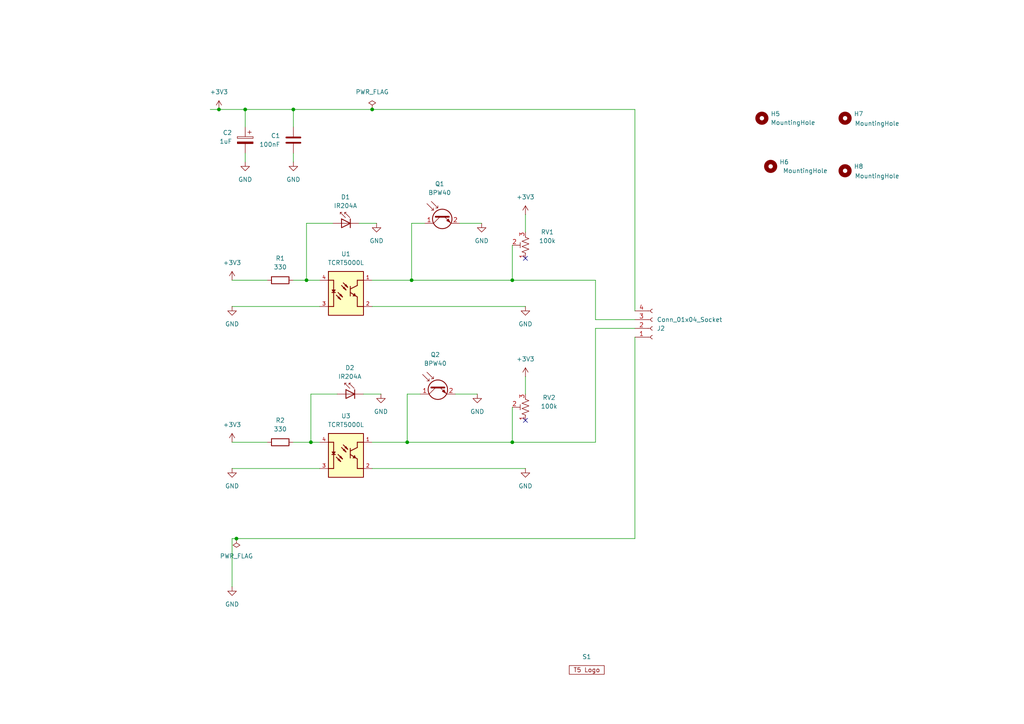
<source format=kicad_sch>
(kicad_sch (version 20250114) (generator "eeschema") (generator_version "9.0")
  (paper "A4")
  (lib_symbols
    (symbol "Connector:Conn_01x04_Socket" (pin_names (offset 1.016) (hide yes))
      (property "Reference" "J" (at 0 5.08 0))
      (property "Value" "Conn_01x04_Socket" (at 0 -7.62 0))
      (symbol "Conn_01x04_Socket_1_1"
        (polyline (pts (xy -1.27 2.54) (xy -0.508 2.54)) (stroke (width 0.1524)))
        (polyline (pts (xy -1.27 0) (xy -0.508 0)) (stroke (width 0.1524)))
        (polyline (pts (xy -1.27 -2.54) (xy -0.508 -2.54)) (stroke (width 0.1524)))
        (polyline (pts (xy -1.27 -5.08) (xy -0.508 -5.08)) (stroke (width 0.1524)))
        (arc (start 0 2.032) (mid -0.5058 2.54) (end 0 3.048) (stroke (width 0.1524)))
        (arc (start 0 -0.508) (mid -0.5058 0) (end 0 0.508) (stroke (width 0.1524)))
        (arc (start 0 -3.048) (mid -0.5058 -2.54) (end 0 -2.032) (stroke (width 0.1524)))
        (arc (start 0 -5.588) (mid -0.5058 -5.08) (end 0 -4.572) (stroke (width 0.1524)))
        (pin passive line (at -5.08 2.54 0) (length 3.81) (name "Pin_1") (number "1"))
        (pin passive line (at -5.08 0 0) (length 3.81) (name "Pin_2") (number "2"))
        (pin passive line (at -5.08 -2.54 0) (length 3.81) (name "Pin_3") (number "3"))
        (pin passive line (at -5.08 -5.08 0) (length 3.81) (name "Pin_4") (number "4"))
      )
    )
    (symbol "Device:C_Polarized" (pin_numbers (hide yes)) (pin_names (offset 0.254))
      (property "Reference" "C" (at 0.635 2.54 0))
      (property "Value" "C_Polarized" (at 0.635 -2.54 0))
      (symbol "C_Polarized_0_1"
        (rectangle (start -2.286 0.508) (end 2.286 1.016))
        (polyline (pts (xy -1.778 2.286) (xy -0.762 2.286)))
        (polyline (pts (xy -1.27 2.794) (xy -1.27 1.778)))
        (rectangle (start 2.286 -0.508) (end -2.286 -1.016) (fill (type outline)))
      )
      (symbol "C_Polarized_1_1"
        (pin passive line (at 0 3.81 270) (length 2.794) (name "~") (number "1"))
        (pin passive line (at 0 -3.81 90) (length 2.794) (name "~") (number "2"))
      )
    )
    (symbol "Device:R" (pin_numbers (hide yes)) (pin_names (offset 0))
      (property "Reference" "R" (at 2.032 0 90))
      (property "Value" "R" (at 0 0 90))
      (symbol "R_0_1"
        (rectangle (start -1.016 -2.54) (end 1.016 2.54) (stroke (width 0.254)))
      )
      (symbol "R_1_1"
        (pin passive line (at 0 3.81 270) (length 1.27) (name "~") (number "1"))
        (pin passive line (at 0 -3.81 90) (length 1.27) (name "~") (number "2"))
      )
    )
    (symbol "Device:R_Potentiometer_Trim_US" (pin_names (offset 1.016) (hide yes))
      (property "Reference" "RV" (at -4.445 0 90))
      (property "Value" "R_Potentiometer_Trim_US" (at -2.54 0 90))
      (symbol "R_Potentiometer_Trim_US_0_1"
        (polyline (pts (xy 0 2.286) (xy 0 2.54)))
        (polyline (pts (xy 0 2.286) (xy 1.016 1.905) (xy 0 1.524) (xy -1.016 1.143) (xy 0 0.762)))
        (polyline (pts (xy 0 0.762) (xy 1.016 0.381) (xy 0 0) (xy -1.016 -0.381) (xy 0 -0.762)))
        (polyline (pts (xy 0 -0.762) (xy 1.016 -1.143) (xy 0 -1.524) (xy -1.016 -1.905) (xy 0 -2.286)))
        (polyline (pts (xy 0 -2.286) (xy 0 -2.54)))
        (polyline (pts (xy 1.524 0.762) (xy 1.524 -0.762)))
        (polyline (pts (xy 2.54 0) (xy 1.524 0)))
      )
      (symbol "R_Potentiometer_Trim_US_1_1"
        (pin passive line (at 0 3.81 270) (length 1.27) (name "1") (number "1"))
        (pin passive line (at 0 -3.81 90) (length 1.27) (name "3") (number "3"))
        (pin passive line (at 3.81 0 180) (length 1.27) (name "2") (number "2"))
      )
    )
    (symbol "GS_Capacitor_0402:C_0402_100nF" (pin_numbers (hide yes)) (pin_names (offset 0.254))
      (property "Reference" "C" (at 0.635 2.54 0))
      (property "Value" "100nF" (at 0.635 -2.54 0))
      (symbol "C_0402_100nF_0_1"
        (polyline (pts (xy -2.032 0.762) (xy 2.032 0.762)) (stroke (width 0.508)))
        (polyline (pts (xy -2.032 -0.762) (xy 2.032 -0.762)) (stroke (width 0.508)))
      )
      (symbol "C_0402_100nF_1_1"
        (pin passive line (at 0 3.81 270) (length 2.794) (name "~") (number "1"))
        (pin passive line (at 0 -3.81 90) (length 2.794) (name "~") (number "2"))
      )
    )
    (symbol "GS_Virtual:ENPH253_Logo" (in_bom no)
      (property "Reference" "S" (at -5.08 2.54 0))
      (symbol "ENPH253_Logo_0_1"
        (rectangle (start -5.08 1.27) (end 5.08 -1.27))
      )
      (symbol "ENPH253_Logo_1_1"
        (text "T5 Logo" (at 0 0 0) (effects (font (size 1.27 1.27))))
      )
    )
    (symbol "LED:IR204A" (pin_numbers (hide yes)) (pin_names (offset 1.016) (hide yes))
      (property "Reference" "D" (at 0.508 1.778 0))
      (property "Value" "IR204A" (at -1.016 -2.794 0))
      (symbol "IR204A_0_1"
        (polyline (pts (xy -2.54 1.27) (xy -2.54 -1.27)) (stroke (width 0.254)))
        (polyline (pts (xy -2.413 1.651) (xy -0.889 3.175) (xy -0.889 2.667) (xy -0.889 3.175) (xy -1.397 3.175)))
        (polyline (pts (xy -1.143 1.651) (xy 0.381 3.175) (xy 0.381 2.667)))
        (polyline (pts (xy 0 1.27) (xy -2.54 0) (xy 0 -1.27) (xy 0 1.27)) (stroke (width 0.254)))
        (polyline (pts (xy 0 0) (xy -2.54 0)))
        (polyline (pts (xy 0.381 3.175) (xy -0.127 3.175)))
      )
      (symbol "IR204A_1_1"
        (pin passive line (at -5.08 0 0) (length 2.54) (name "K") (number "1"))
        (pin passive line (at 2.54 0 180) (length 2.54) (name "A") (number "2"))
      )
    )
    (symbol "Mechanical:MountingHole" (pin_names (offset 1.016)) (in_bom no)
      (property "Reference" "H" (at 0 5.08 0))
      (property "Value" "MountingHole" (at 0 3.175 0))
      (symbol "MountingHole_0_1"
        (circle (center 0 0) (radius 1.27) (stroke (width 1.27)))
      )
    )
    (symbol "Sensor_Optical:BPW40" (pin_names (offset 0) (hide yes))
      (property "Reference" "Q" (at 5.08 1.27 0))
      (property "Value" "BPW40" (at 5.08 -1.27 0))
      (symbol "BPW40_0_1"
        (polyline (pts (xy -3.81 3.175) (xy -1.905 1.27) (xy -1.905 1.905)))
        (polyline (pts (xy -3.175 4.445) (xy -1.27 2.54) (xy -1.27 3.175)))
        (polyline (pts (xy -1.905 1.27) (xy -2.54 1.27)))
        (polyline (pts (xy -1.27 2.54) (xy -1.905 2.54)))
        (polyline (pts (xy 0.635 1.905) (xy 0.635 -1.905) (xy 0.635 -1.905)) (stroke (width 0.508)))
        (polyline (pts (xy 0.635 0.635) (xy 2.54 2.54)))
        (polyline (pts (xy 0.635 -0.635) (xy 2.54 -2.54) (xy 2.54 -2.54)))
        (circle (center 1.27 0) (radius 2.8194) (stroke (width 0.254)))
        (polyline (pts (xy 1.27 -1.778) (xy 1.778 -1.27) (xy 2.286 -2.286) (xy 1.27 -1.778) (xy 1.27 -1.778)) (fill (type outline)))
      )
      (symbol "BPW40_1_1"
        (pin passive line (at 2.54 5.08 270) (length 2.54) (name "C") (number "1"))
        (pin passive line (at 2.54 -5.08 90) (length 2.54) (name "E") (number "2"))
      )
    )
    (symbol "TCRT5000L:TCRT5000L" (pin_names (offset 1.016))
      (property "Reference" "U" (at -5.1092 5.6131 0))
      (property "Value" "TCRT5000L" (at -5.093 -10.1813 0))
      (symbol "TCRT5000L_0_0"
        (rectangle (start -5.08 -7.62) (end 5.08 5.08) (stroke (width 0.254)) (fill (type background)))
        (polyline (pts (xy -4.064 -1.016) (xy -3.556 -1.016)) (stroke (width 0.254)))
        (polyline (pts (xy -3.556 2.54) (xy -5.08 2.54)) (stroke (width 0.254)))
        (polyline (pts (xy -3.556 2.54) (xy -3.556 -0.254)) (stroke (width 0.254)))
        (polyline (pts (xy -3.556 -1.016) (xy -3.556 -5.08)) (stroke (width 0.254)))
        (polyline (pts (xy -3.556 -1.016) (xy -3.048 -1.016)) (stroke (width 0.254)))
        (polyline (pts (xy -3.556 -1.016) (xy -4.064 -0.254) (xy -3.048 -0.254) (xy -3.556 -1.016)) (stroke (width 0.1524)) (fill (type outline)))
        (polyline (pts (xy -3.556 -5.08) (xy -5.08 -5.08)) (stroke (width 0.254)))
        (polyline (pts (xy -2.794 -1.778) (xy -1.524 -3.048)) (stroke (width 0.254)))
        (polyline (pts (xy -2.286 -1.016) (xy -1.016 -2.286)) (stroke (width 0.254)))
        (polyline (pts (xy -1.524 -3.048) (xy -2.286 -2.54)) (stroke (width 0.254)))
        (polyline (pts (xy -1.524 -3.048) (xy -2.032 -2.286)) (stroke (width 0.254)))
        (polyline (pts (xy -1.27 1.016) (xy 0 -0.254)) (stroke (width 0.254)))
        (polyline (pts (xy -1.016 -2.286) (xy -1.778 -1.778)) (stroke (width 0.254)))
        (polyline (pts (xy -1.016 -2.286) (xy -1.524 -1.524)) (stroke (width 0.254)))
        (polyline (pts (xy -0.762 1.778) (xy 0.508 0.508)) (stroke (width 0.254)))
        (polyline (pts (xy 0 -0.254) (xy -0.762 0.254)) (stroke (width 0.254)))
        (polyline (pts (xy 0 -0.254) (xy -0.508 0.508)) (stroke (width 0.254)))
        (polyline (pts (xy 0.508 0.508) (xy -0.254 1.016)) (stroke (width 0.254)))
        (polyline (pts (xy 0.508 0.508) (xy 0 1.27)) (stroke (width 0.254)))
        (polyline (pts (xy 1.27 0) (xy 1.27 0.762)) (stroke (width 0.254)))
        (polyline (pts (xy 1.27 0) (xy 1.27 -1.016)) (stroke (width 0.254)))
        (polyline (pts (xy 1.27 -1.016) (xy 1.27 -2.032)) (stroke (width 0.254)))
        (polyline (pts (xy 1.27 -1.016) (xy 3.302 -2.286)) (stroke (width 0.254)))
        (polyline (pts (xy 2.032 -2.032) (xy 2.54 -1.27) (xy 2.794 -2.032) (xy 2.032 -2.032)) (stroke (width 0.1524)) (fill (type outline)))
        (polyline (pts (xy 3.302 2.54) (xy 3.302 1.016)) (stroke (width 0.254)))
        (polyline (pts (xy 3.302 2.54) (xy 5.08 2.54)) (stroke (width 0.254)))
        (polyline (pts (xy 3.302 1.016) (xy 1.27 0)) (stroke (width 0.254)))
        (polyline (pts (xy 3.302 -2.286) (xy 3.302 -5.08)) (stroke (width 0.254)))
        (polyline (pts (xy 3.302 -5.08) (xy 5.08 -5.08)) (stroke (width 0.254)))
        (pin passive line (at -7.62 2.54 0) (length 2.54) (name "~") (number "4"))
        (pin passive line (at -7.62 -5.08 0) (length 2.54) (name "~") (number "3"))
        (pin passive line (at 7.62 2.54 180) (length 2.54) (name "~") (number "1"))
        (pin passive line (at 7.62 -5.08 180) (length 2.54) (name "~") (number "2"))
      )
    )
    (symbol "power:+3V3" (power) (pin_numbers (hide yes)) (pin_names (offset 0) (hide yes))
      (property "Value" "+3V3" (at 0 3.556 0))
      (symbol "+3V3_0_1"
        (polyline (pts (xy -0.762 1.27) (xy 0 2.54)))
        (polyline (pts (xy 0 2.54) (xy 0.762 1.27)))
        (polyline (pts (xy 0 0) (xy 0 2.54)))
      )
      (symbol "+3V3_1_1"
        (pin power_in line (at 0 0 90) (length 0) (name "~") (number "1"))
      )
    )
    (symbol "power:GND" (power) (pin_numbers (hide yes)) (pin_names (offset 0) (hide yes))
      (property "Value" "GND" (at 0 -3.81 0))
      (symbol "GND_0_1"
        (polyline (pts (xy 0 0) (xy 0 -1.27) (xy 1.27 -1.27) (xy 0 -2.54) (xy -1.27 -1.27) (xy 0 -1.27)))
      )
      (symbol "GND_1_1"
        (pin power_in line (at 0 0 270) (length 0) (name "~") (number "1"))
      )
    )
    (symbol "power:PWR_FLAG" (power) (pin_numbers (hide yes)) (pin_names (offset 0) (hide yes))
      (property "Value" "PWR_FLAG" (at 0 3.81 0))
      (symbol "PWR_FLAG_0_0"
        (pin power_out line (at 0 0 90) (length 0) (name "~") (number "1"))
      )
      (symbol "PWR_FLAG_0_1"
        (polyline (pts (xy 0 0) (xy 0 1.27) (xy -1.016 1.905) (xy 0 2.54) (xy 1.016 1.905) (xy 0 1.27)))
      )
    )
  )
  (junction (at 90.17 128.27))
  (junction (at 148.59 81.28))
  (junction (at 85.09 31.75))
  (junction (at 63.5 31.75))
  (junction (at 107.95 31.75))
  (junction (at 148.59 128.27))
  (junction (at 71.12 31.75))
  (junction (at 68.58 156.21))
  (junction (at 118.11 128.27))
  (junction (at 119.38 81.28))
  (junction (at 88.9 81.28))
  (no_connect (at 152.4 74.93))
  (no_connect (at 152.4 121.92))
  (wire (pts (xy 85.09 44.45) (xy 85.09 46.99)))
  (wire (pts (xy 118.11 114.3) (xy 118.11 128.27)))
  (wire (pts (xy 132.08 114.3) (xy 138.43 114.3)))
  (wire (pts (xy 71.12 31.75) (xy 63.5 31.75)))
  (wire (pts (xy 172.72 92.71) (xy 184.15 92.71)))
  (wire (pts (xy 172.72 81.28) (xy 172.72 92.71)))
  (wire (pts (xy 148.59 71.12) (xy 148.59 81.28)))
  (wire (pts (xy 119.38 64.77) (xy 119.38 81.28)))
  (wire (pts (xy 67.31 88.9) (xy 92.71 88.9)))
  (wire (pts (xy 88.9 81.28) (xy 92.71 81.28)))
  (wire (pts (xy 148.59 118.11) (xy 148.59 128.27)))
  (wire (pts (xy 172.72 128.27) (xy 172.72 95.25)))
  (wire (pts (xy 85.09 36.83) (xy 85.09 31.75)))
  (wire (pts (xy 107.95 81.28) (xy 119.38 81.28)))
  (wire (pts (xy 184.15 31.75) (xy 184.15 90.17)))
  (wire (pts (xy 85.09 31.75) (xy 71.12 31.75)))
  (wire (pts (xy 172.72 95.25) (xy 184.15 95.25)))
  (wire (pts (xy 90.17 114.3) (xy 90.17 128.27)))
  (wire (pts (xy 152.4 62.23) (xy 152.4 67.31)))
  (wire (pts (xy 152.4 135.89) (xy 107.95 135.89)))
  (wire (pts (xy 105.41 114.3) (xy 110.49 114.3)))
  (wire (pts (xy 67.31 135.89) (xy 92.71 135.89)))
  (wire (pts (xy 67.31 128.27) (xy 77.47 128.27)))
  (wire (pts (xy 71.12 44.45) (xy 71.12 46.99)))
  (wire (pts (xy 71.12 36.83) (xy 71.12 31.75)))
  (wire (pts (xy 67.31 156.21) (xy 68.58 156.21)))
  (wire (pts (xy 121.92 114.3) (xy 118.11 114.3)))
  (wire (pts (xy 96.52 64.77) (xy 88.9 64.77)))
  (wire (pts (xy 118.11 128.27) (xy 148.59 128.27)))
  (wire (pts (xy 97.79 114.3) (xy 90.17 114.3)))
  (wire (pts (xy 85.09 128.27) (xy 90.17 128.27)))
  (wire (pts (xy 148.59 81.28) (xy 172.72 81.28)))
  (wire (pts (xy 88.9 64.77) (xy 88.9 81.28)))
  (wire (pts (xy 123.19 64.77) (xy 119.38 64.77)))
  (wire (pts (xy 107.95 128.27) (xy 118.11 128.27)))
  (wire (pts (xy 184.15 97.79) (xy 184.15 156.21)))
  (wire (pts (xy 104.14 64.77) (xy 109.22 64.77)))
  (wire (pts (xy 148.59 128.27) (xy 172.72 128.27)))
  (wire (pts (xy 152.4 109.22) (xy 152.4 114.3)))
  (wire (pts (xy 107.95 31.75) (xy 184.15 31.75)))
  (wire (pts (xy 68.58 156.21) (xy 184.15 156.21)))
  (wire (pts (xy 107.95 31.75) (xy 85.09 31.75)))
  (wire (pts (xy 67.31 156.21) (xy 67.31 170.18)))
  (wire (pts (xy 133.35 64.77) (xy 139.7 64.77)))
  (wire (pts (xy 119.38 81.28) (xy 148.59 81.28)))
  (wire (pts (xy 90.17 128.27) (xy 92.71 128.27)))
  (wire (pts (xy 152.4 88.9) (xy 107.95 88.9)))
  (wire (pts (xy 67.31 81.28) (xy 77.47 81.28)))
  (wire (pts (xy 85.09 81.28) (xy 88.9 81.28)))
  (wire (pts (xy 60.96 31.75) (xy 63.5 31.75)))
  (symbol (lib_id "Device:R_Potentiometer_Trim_US") (at 152.4 71.12 180) (unit 1)
    (property "Reference" "RV1" (at 158.75 67.31 0))
    (property "Value" "100k" (at 158.75 69.85 0))
    (property "Footprint" "Potentiometer_THT:Potentiometer_Bourns_3266Y_Vertical" (effects (hide yes)))
    (property "Description" "Trim-potentiometer, US symbol" (effects (hide yes)))
  )
  (symbol (lib_id "Device:R") (at 81.28 81.28 90) (unit 1)
    (property "Reference" "R1" (at 81.28 74.93 90))
    (property "Value" "330" (at 81.28 77.47 90))
    (property "Footprint" "Resistor_THT:R_Axial_DIN0309_L9.0mm_D3.2mm_P12.70mm_Horizontal" (effects (hide yes)))
    (property "Description" "Resistor" (effects (hide yes)))
  )
  (symbol (lib_id "power:GND") (at 152.4 135.89 0) (unit 1)
    (property "Reference" "#PWR010" (effects (hide yes)))
    (property "Value" "GND" (at 152.4 140.97 0))
    (property "Description" "Power symbol creates a global label with name \"GND\" , ground" (effects (hide yes)))
  )
  (symbol (lib_id "Mechanical:MountingHole") (at 245.11 49.53 0) (unit 1) (in_bom no)
    (property "Reference" "H8" (at 247.65 48.2599 0) (effects (justify left)))
    (property "Value" "MountingHole" (at 247.904 51.054 0) (effects (justify left)))
    (property "Footprint" "MountingHole:MountingHole_3.2mm_M3_DIN965" (effects (hide yes)))
    (property "Description" "Mounting Hole without connection" (effects (hide yes)))
  )
  (symbol (lib_id "power:GND") (at 67.31 170.18 0) (mirror y) (unit 1)
    (property "Reference" "#PWR06" (effects (hide yes)))
    (property "Value" "GND" (at 67.31 175.26 0))
    (property "Description" "Power symbol creates a global label with name \"GND\" , ground" (effects (hide yes)))
  )
  (symbol (lib_id "Sensor_Optical:BPW40") (at 127 111.76 90) (mirror x) (unit 1)
    (property "Reference" "Q2" (at 126.2507 102.87 90))
    (property "Value" "BPW40" (at 126.2507 105.41 90))
    (property "Footprint" "LED_THT:LED_D5.0mm_Clear" (effects (hide yes)))
    (property "Datasheet" "https://www.rcscomponents.kiev.ua/datasheets/bpw40.pdf" (effects (hide yes)))
    (property "Description" "Phototransistor NPN" (effects (hide yes)))
  )
  (symbol (lib_id "Mechanical:MountingHole") (at 223.52 48.26 0) (unit 1) (in_bom no)
    (property "Reference" "H6" (at 226.06 46.9899 0) (effects (justify left)))
    (property "Value" "MountingHole" (at 227.076 49.53 0) (effects (justify left)))
    (property "Footprint" "MountingHole:MountingHole_3.2mm_M3_DIN965" (effects (hide yes)))
    (property "Description" "Mounting Hole without connection" (effects (hide yes)))
  )
  (symbol (lib_id "power:+3V3") (at 152.4 109.22 0) (unit 1)
    (property "Reference" "#PWR07" (effects (hide yes)))
    (property "Value" "+3V3" (at 152.4 104.14 0))
    (property "Description" "Power symbol creates a global label with name \"+3V3\"" (effects (hide yes)))
  )
  (symbol (lib_id "power:PWR_FLAG") (at 107.95 31.75 0) (mirror y) (unit 1)
    (property "Reference" "#FLG01" (effects (hide yes)))
    (property "Value" "PWR_FLAG" (at 107.95 26.67 0))
    (property "Description" "Special symbol for telling ERC where power comes from" (effects (hide yes)))
  )
  (symbol (lib_id "LED:IR204A") (at 99.06 64.77 0) (mirror y) (unit 1)
    (property "Reference" "D1" (at 100.203 57.15 0))
    (property "Value" "IR204A" (at 100.203 59.69 0))
    (property "Footprint" "LED_THT:LED_D5.0mm" (effects (hide yes)))
    (property "Datasheet" "http://www.everlight.com/file/ProductFile/IR204-A.pdf" (effects (hide yes)))
    (property "Description" "Infrared LED , 3mm LED package" (effects (hide yes)))
  )
  (symbol (lib_id "power:GND") (at 85.09 46.99 0) (mirror y) (unit 1)
    (property "Reference" "#PWR011" (effects (hide yes)))
    (property "Value" "GND" (at 85.09 52.07 0))
    (property "Description" "Power symbol creates a global label with name \"GND\" , ground" (effects (hide yes)))
  )
  (symbol (lib_id "Device:R") (at 81.28 128.27 90) (unit 1)
    (property "Reference" "R2" (at 81.28 121.92 90))
    (property "Value" "330" (at 81.28 124.46 90))
    (property "Footprint" "Resistor_THT:R_Axial_DIN0309_L9.0mm_D3.2mm_P12.70mm_Horizontal" (effects (hide yes)))
    (property "Description" "Resistor" (effects (hide yes)))
  )
  (symbol (lib_id "power:GND") (at 110.49 114.3 0) (unit 1)
    (property "Reference" "#PWR014" (effects (hide yes)))
    (property "Value" "GND" (at 110.49 119.38 0))
    (property "Description" "Power symbol creates a global label with name \"GND\" , ground" (effects (hide yes)))
  )
  (symbol (lib_id "Mechanical:MountingHole") (at 245.11 34.29 0) (unit 1) (in_bom no)
    (property "Reference" "H7" (at 247.65 33.0199 0) (effects (justify left)))
    (property "Value" "MountingHole" (at 247.904 35.814 0) (effects (justify left)))
    (property "Footprint" "MountingHole:MountingHole_3.2mm_M3_DIN965" (effects (hide yes)))
    (property "Description" "Mounting Hole without connection" (effects (hide yes)))
  )
  (symbol (lib_id "TCRT5000L:TCRT5000L") (at 100.33 83.82 0) (unit 1)
    (property "Reference" "U1" (at 100.33 73.66 0))
    (property "Value" "TCRT5000L" (at 100.33 76.2 0))
    (property "Footprint" "OptoDevice:Vishay_TCRT5000" (effects (hide yes)))
    (property "MF" "Vishay Semiconductor" (effects (hide yes)))
    (property "DESCRIPTION" "TCRT5000 Series 940 nm 100 mA 60 mA Transistor Output Reflective Optical Sensor" (effects (hide yes)))
    (property "PACKAGE" "PCB Mount Vishay" (effects (hide yes)))
    (property "PRICE" "0.60 USD" (effects (hide yes)))
    (property "MP" "TCRT5000L" (effects (hide yes)))
    (property "AVAILABILITY" "Good" (effects (hide yes)))
  )
  (symbol (lib_id "GS_Virtual:ENPH253_Logo") (at 170.18 194.31 0) (unit 1) (in_bom no)
    (property "Reference" "S1" (at 170.18 190.5 0))
    (property "Value" "Logo" (effects (hide yes)))
    (property "Footprint" "GS_Virtual:ENPH253_Logo" (effects (hide yes)))
    (property "Description" "ENPH 253 Team Logo" (effects (hide yes)))
  )
  (symbol (lib_id "Device:C_Polarized") (at 71.12 40.64 0) (mirror y) (unit 1)
    (property "Reference" "C2" (at 67.31 38.4809 0) (effects (justify left)))
    (property "Value" "1uF" (at 67.31 41.0209 0) (effects (justify left)))
    (property "Footprint" "Capacitor_THT:CP_Radial_D5.0mm_P2.50mm" (effects (hide yes)))
    (property "Description" "Polarized capacitor" (effects (hide yes)))
  )
  (symbol (lib_id "power:+3V3") (at 63.5 31.75 0) (mirror y) (unit 1)
    (property "Reference" "#PWR03" (effects (hide yes)))
    (property "Value" "+3V3" (at 63.5 26.67 0))
    (property "Description" "Power symbol creates a global label with name \"+3V3\"" (effects (hide yes)))
  )
  (symbol (lib_id "power:PWR_FLAG") (at 68.58 156.21 180) (unit 1)
    (property "Reference" "#FLG02" (effects (hide yes)))
    (property "Value" "PWR_FLAG" (at 68.58 161.29 0))
    (property "Description" "Special symbol for telling ERC where power comes from" (effects (hide yes)))
  )
  (symbol (lib_id "Device:R_Potentiometer_Trim_US") (at 152.4 118.11 180) (unit 1)
    (property "Reference" "RV2" (at 159.258 115.316 0))
    (property "Value" "100k" (at 159.258 117.856 0))
    (property "Footprint" "Potentiometer_THT:Potentiometer_Bourns_3266Y_Vertical" (effects (hide yes)))
    (property "Description" "Trim-potentiometer, US symbol" (effects (hide yes)))
  )
  (symbol (lib_id "Mechanical:MountingHole") (at 220.98 34.29 0) (unit 1) (in_bom no)
    (property "Reference" "H5" (at 223.52 33.0199 0) (effects (justify left)))
    (property "Value" "MountingHole" (at 223.52 35.5599 0) (effects (justify left)))
    (property "Footprint" "MountingHole:MountingHole_3.2mm_M3_DIN965" (effects (hide yes)))
    (property "Description" "Mounting Hole without connection" (effects (hide yes)))
  )
  (symbol (lib_id "power:GND") (at 152.4 88.9 0) (unit 1)
    (property "Reference" "#PWR04" (effects (hide yes)))
    (property "Value" "GND" (at 152.4 93.98 0))
    (property "Description" "Power symbol creates a global label with name \"GND\" , ground" (effects (hide yes)))
  )
  (symbol (lib_id "power:GND") (at 109.22 64.77 0) (unit 1)
    (property "Reference" "#PWR013" (effects (hide yes)))
    (property "Value" "GND" (at 109.22 69.85 0))
    (property "Description" "Power symbol creates a global label with name \"GND\" , ground" (effects (hide yes)))
  )
  (symbol (lib_id "LED:IR204A") (at 100.33 114.3 0) (mirror y) (unit 1)
    (property "Reference" "D2" (at 101.473 106.68 0))
    (property "Value" "IR204A" (at 101.473 109.22 0))
    (property "Footprint" "LED_THT:LED_D5.0mm" (effects (hide yes)))
    (property "Datasheet" "http://www.everlight.com/file/ProductFile/IR204-A.pdf" (effects (hide yes)))
    (property "Description" "Infrared LED , 3mm LED package" (effects (hide yes)))
  )
  (symbol (lib_id "Connector:Conn_01x04_Socket") (at 189.23 95.25 0) (mirror x) (unit 1)
    (property "Reference" "J2" (at 190.5 95.2501 0) (effects (justify left)))
    (property "Value" "Conn_01x04_Socket" (at 190.5 92.7101 0) (effects (justify left)))
    (property "Footprint" "GS_Connectors:JST_XH_S4B-XH-A-1_1x04_P2.50mm_Horizontal" (effects (hide yes)))
    (property "Description" "Generic connector, single row, 01x04, script generated" (effects (hide yes)))
  )
  (symbol (lib_id "power:+3V3") (at 67.31 128.27 0) (unit 1)
    (property "Reference" "#PWR01" (effects (hide yes)))
    (property "Value" "+3V3" (at 67.31 123.19 0))
    (property "Description" "Power symbol creates a global label with name \"+3V3\"" (effects (hide yes)))
  )
  (symbol (lib_id "power:+3V3") (at 67.31 81.28 0) (unit 1)
    (property "Reference" "#PWR09" (effects (hide yes)))
    (property "Value" "+3V3" (at 67.31 76.2 0))
    (property "Description" "Power symbol creates a global label with name \"+3V3\"" (effects (hide yes)))
  )
  (symbol (lib_id "TCRT5000L:TCRT5000L") (at 100.33 130.81 0) (unit 1)
    (property "Reference" "U3" (at 100.33 120.65 0))
    (property "Value" "TCRT5000L" (at 100.33 123.19 0))
    (property "Footprint" "OptoDevice:Vishay_TCRT5000" (effects (hide yes)))
    (property "MF" "Vishay Semiconductor" (effects (hide yes)))
    (property "DESCRIPTION" "TCRT5000 Series 940 nm 100 mA 60 mA Transistor Output Reflective Optical Sensor" (effects (hide yes)))
    (property "PACKAGE" "PCB Mount Vishay" (effects (hide yes)))
    (property "PRICE" "0.60 USD" (effects (hide yes)))
    (property "MP" "TCRT5000L" (effects (hide yes)))
    (property "AVAILABILITY" "Good" (effects (hide yes)))
  )
  (symbol (lib_id "power:GND") (at 67.31 88.9 0) (unit 1)
    (property "Reference" "#PWR08" (effects (hide yes)))
    (property "Value" "GND" (at 67.31 93.98 0))
    (property "Description" "Power symbol creates a global label with name \"GND\" , ground" (effects (hide yes)))
  )
  (symbol (lib_id "power:+3V3") (at 152.4 62.23 0) (unit 1)
    (property "Reference" "#PWR02" (effects (hide yes)))
    (property "Value" "+3V3" (at 152.4 57.15 0))
    (property "Description" "Power symbol creates a global label with name \"+3V3\"" (effects (hide yes)))
  )
  (symbol (lib_id "power:GND") (at 139.7 64.77 0) (unit 1)
    (property "Reference" "#PWR015" (effects (hide yes)))
    (property "Value" "GND" (at 139.7 69.85 0))
    (property "Description" "Power symbol creates a global label with name \"GND\" , ground" (effects (hide yes)))
  )
  (symbol (lib_id "power:GND") (at 67.31 135.89 0) (unit 1)
    (property "Reference" "#PWR05" (effects (hide yes)))
    (property "Value" "GND" (at 67.31 140.97 0))
    (property "Description" "Power symbol creates a global label with name \"GND\" , ground" (effects (hide yes)))
  )
  (symbol (lib_id "power:GND") (at 138.43 114.3 0) (unit 1)
    (property "Reference" "#PWR016" (effects (hide yes)))
    (property "Value" "GND" (at 138.43 119.38 0))
    (property "Description" "Power symbol creates a global label with name \"GND\" , ground" (effects (hide yes)))
  )
  (symbol (lib_id "Sensor_Optical:BPW40") (at 128.27 62.23 90) (mirror x) (unit 1)
    (property "Reference" "Q1" (at 127.5207 53.34 90))
    (property "Value" "BPW40" (at 127.5207 55.88 90))
    (property "Footprint" "LED_THT:LED_D5.0mm_Clear" (effects (hide yes)))
    (property "Datasheet" "https://www.rcscomponents.kiev.ua/datasheets/bpw40.pdf" (effects (hide yes)))
    (property "Description" "Phototransistor NPN" (effects (hide yes)))
  )
  (symbol (lib_id "power:GND") (at 71.12 46.99 0) (mirror y) (unit 1)
    (property "Reference" "#PWR012" (effects (hide yes)))
    (property "Value" "GND" (at 71.12 52.07 0))
    (property "Description" "Power symbol creates a global label with name \"GND\" , ground" (effects (hide yes)))
  )
  (symbol (lib_id "GS_Capacitor_0402:C_0402_100nF") (at 85.09 40.64 0) (mirror y) (unit 1)
    (property "Reference" "C1" (at 81.28 39.3699 0) (effects (justify left)))
    (property "Value" "100nF" (at 81.28 41.9099 0) (effects (justify left)))
    (property "Footprint" "Capacitor_THT:C_Disc_D3.0mm_W2.0mm_P2.50mm" (effects (hide yes)))
    (property "Datasheet" "https://www.lcsc.com/datasheet/lcsc_datasheet_2410121315_CCTC-TCC0402X5R104K160AT_C344189.pdf" (effects (hide yes)))
    (property "Description" "100nF 10% Unpolarized Capacitor, 16V Max Voltage, X5R" (effects (hide yes)))
    (property "Manufacturer" "CCTC" (effects (hide yes)))
    (property "Mfr. Part #" "TCC0402X5R104K160AT" (effects (hide yes)))
    (property "LCSC ID" "C344189" (effects (hide yes)))
    (property "Package" "0402" (effects (hide yes)))
  )
)
</source>
